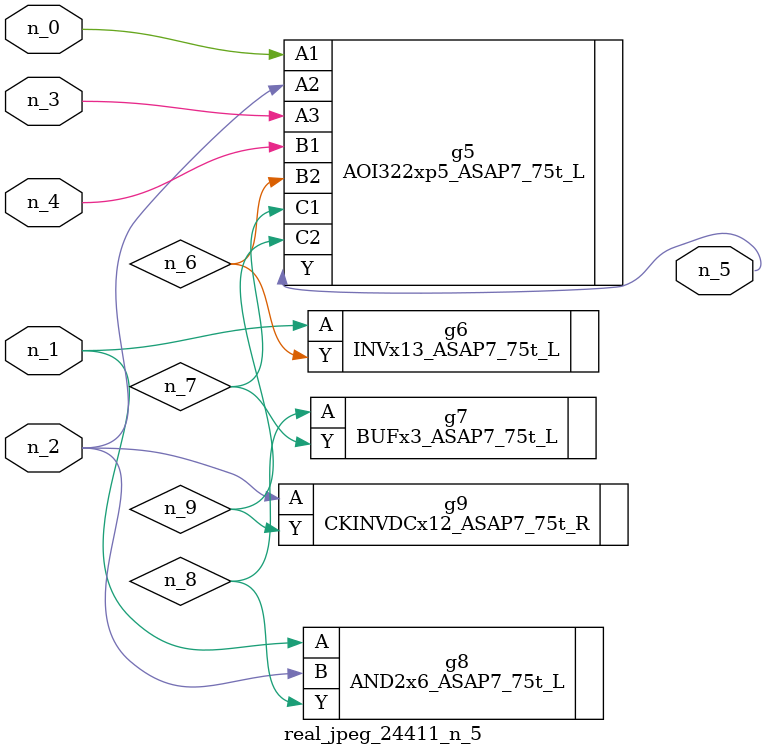
<source format=v>
module real_jpeg_24411_n_5 (n_4, n_0, n_1, n_2, n_3, n_5);

input n_4;
input n_0;
input n_1;
input n_2;
input n_3;

output n_5;

wire n_8;
wire n_6;
wire n_7;
wire n_9;

AOI322xp5_ASAP7_75t_L g5 ( 
.A1(n_0),
.A2(n_2),
.A3(n_3),
.B1(n_4),
.B2(n_6),
.C1(n_7),
.C2(n_9),
.Y(n_5)
);

INVx13_ASAP7_75t_L g6 ( 
.A(n_1),
.Y(n_6)
);

AND2x6_ASAP7_75t_L g8 ( 
.A(n_1),
.B(n_2),
.Y(n_8)
);

CKINVDCx12_ASAP7_75t_R g9 ( 
.A(n_2),
.Y(n_9)
);

BUFx3_ASAP7_75t_L g7 ( 
.A(n_8),
.Y(n_7)
);


endmodule
</source>
